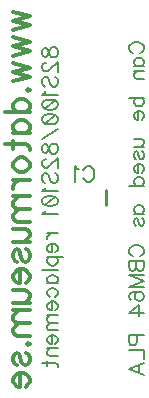
<source format=gbo>
G04 DipTrace 3.0.0.2*
G04 82S100replacement.GBO*
%MOMM*%
G04 #@! TF.FileFunction,Legend,Bot*
G04 #@! TF.Part,Single*
%ADD10C,0.25*%
%ADD42C,0.19608*%
%ADD44C,0.31373*%
%FSLAX35Y35*%
G04*
G71*
G90*
G75*
G01*
G04 BotSilk*
%LPD*%
X2153603Y2999600D2*
D10*
Y3129500D1*
X1962861Y3295214D2*
D42*
X1968898Y3307287D1*
X1981111Y3319500D1*
X1993185Y3325537D1*
X2017471D1*
X2029685Y3319500D1*
X2041758Y3307287D1*
X2047935Y3295214D1*
X2053971Y3276964D1*
Y3246500D1*
X2047935Y3228390D1*
X2041758Y3216177D1*
X2029685Y3204104D1*
X2017471Y3197927D1*
X1993185D1*
X1981111Y3204104D1*
X1968898Y3216177D1*
X1962861Y3228390D1*
X1923646Y3301110D2*
X1911432Y3307287D1*
X1893182Y3325396D1*
Y3197927D1*
X1369875Y4637241D2*
D44*
X1505992Y4598382D1*
X1369875Y4559524D1*
X1505992Y4520665D1*
X1369875Y4481807D1*
Y4419062D2*
X1505992Y4380203D1*
X1369875Y4341345D1*
X1505992Y4302486D1*
X1369875Y4263628D1*
Y4200883D2*
X1505992Y4162024D1*
X1369875Y4123166D1*
X1505992Y4084307D1*
X1369875Y4045449D1*
X1486451Y3973045D2*
X1496334Y3982704D1*
X1505992Y3973045D1*
X1496334Y3963162D1*
X1486451Y3973045D1*
X1301817Y3783842D2*
X1505992D1*
X1399075D2*
X1379534Y3803159D1*
X1369875Y3822700D1*
Y3851900D1*
X1379534Y3871217D1*
X1399075Y3890759D1*
X1428275Y3900417D1*
X1447592D1*
X1476792Y3890759D1*
X1496109Y3871217D1*
X1505992Y3851900D1*
Y3822700D1*
X1496109Y3803159D1*
X1476792Y3783842D1*
X1369875Y3604521D2*
X1505992D1*
X1399075D2*
X1379534Y3623838D1*
X1369875Y3643380D1*
Y3672355D1*
X1379534Y3691897D1*
X1399075Y3711214D1*
X1428275Y3721097D1*
X1447592D1*
X1476792Y3711214D1*
X1496109Y3691897D1*
X1505992Y3672355D1*
Y3643380D1*
X1496109Y3623838D1*
X1476792Y3604521D1*
X1301817Y3512576D2*
X1467134D1*
X1496109Y3502918D1*
X1505992Y3483376D1*
Y3464059D1*
X1369875Y3541776D2*
Y3473718D1*
Y3352797D2*
X1379534Y3372114D1*
X1399075Y3391656D1*
X1428275Y3401314D1*
X1447592D1*
X1476792Y3391656D1*
X1496109Y3372114D1*
X1505992Y3352797D1*
Y3323597D1*
X1496109Y3304056D1*
X1476792Y3284739D1*
X1447592Y3274856D1*
X1428275D1*
X1399075Y3284739D1*
X1379534Y3304056D1*
X1369875Y3323597D1*
Y3352797D1*
Y3212111D2*
X1505992D1*
X1428275D2*
X1399075Y3202228D1*
X1379534Y3182911D1*
X1369875Y3163369D1*
Y3134169D1*
Y3071424D2*
X1505992D1*
X1408734D2*
X1379534Y3042224D1*
X1369875Y3022682D1*
Y2993707D1*
X1379534Y2974166D1*
X1408734Y2964507D1*
X1505992D1*
X1408734D2*
X1379534Y2935307D1*
X1369875Y2915766D1*
Y2886790D1*
X1379534Y2867249D1*
X1408734Y2857366D1*
X1505992D1*
X1369875Y2794620D2*
X1467134D1*
X1496109Y2784962D1*
X1505992Y2765420D1*
Y2736220D1*
X1496109Y2716904D1*
X1467134Y2687704D1*
X1369875D2*
X1505992D1*
X1399075Y2518041D2*
X1379534Y2527700D1*
X1369875Y2556900D1*
Y2586100D1*
X1379534Y2615300D1*
X1399075Y2624958D1*
X1418392Y2615300D1*
X1428275Y2595758D1*
X1437934Y2547241D1*
X1447592Y2527700D1*
X1467134Y2518041D1*
X1476792D1*
X1496109Y2527700D1*
X1505992Y2556900D1*
Y2586100D1*
X1496109Y2615300D1*
X1476792Y2624958D1*
X1428275Y2455296D2*
Y2338721D1*
X1408734D1*
X1389192Y2348379D1*
X1379534Y2358038D1*
X1369875Y2377579D1*
Y2406779D1*
X1379534Y2426096D1*
X1399075Y2445638D1*
X1428275Y2455296D1*
X1447592D1*
X1476792Y2445638D1*
X1496109Y2426096D1*
X1505992Y2406779D1*
Y2377579D1*
X1496109Y2358038D1*
X1476792Y2338721D1*
X1369875Y2275976D2*
X1467134D1*
X1496109Y2266317D1*
X1505992Y2246776D1*
Y2217576D1*
X1496109Y2198259D1*
X1467134Y2169059D1*
X1369875D2*
X1505992D1*
X1369875Y2106314D2*
X1505992D1*
X1408734D2*
X1379534Y2077114D1*
X1369875Y2057572D1*
Y2028597D1*
X1379534Y2009055D1*
X1408734Y1999397D1*
X1505992D1*
X1408734D2*
X1379534Y1970197D1*
X1369875Y1950655D1*
Y1921680D1*
X1379534Y1902139D1*
X1408734Y1892255D1*
X1505992D1*
X1486451Y1819852D2*
X1496334Y1829510D1*
X1505992Y1819852D1*
X1496334Y1809969D1*
X1486451Y1819852D1*
X1399075Y1640307D2*
X1379534Y1649965D1*
X1369875Y1679165D1*
Y1708365D1*
X1379534Y1737565D1*
X1399075Y1747224D1*
X1418392Y1737565D1*
X1428275Y1718024D1*
X1437934Y1669507D1*
X1447592Y1649965D1*
X1467134Y1640307D1*
X1476792D1*
X1496109Y1649965D1*
X1505992Y1679165D1*
Y1708365D1*
X1496109Y1737565D1*
X1476792Y1747224D1*
X1428275Y1577562D2*
Y1460987D1*
X1408734D1*
X1389192Y1470645D1*
X1379534Y1480304D1*
X1369875Y1499845D1*
Y1529045D1*
X1379534Y1548362D1*
X1399075Y1567903D1*
X1428275Y1577562D1*
X1447592D1*
X1476792Y1567903D1*
X1496109Y1548362D1*
X1505992Y1529045D1*
Y1499845D1*
X1496109Y1480304D1*
X1476792Y1460987D1*
X1615515Y4303593D2*
D42*
X1621552Y4321703D1*
X1633625Y4327880D1*
X1645839D1*
X1657912Y4321703D1*
X1664089Y4309630D1*
X1670125Y4285343D1*
X1676162Y4267093D1*
X1688375Y4255020D1*
X1700448Y4248983D1*
X1718698D1*
X1730771Y4255020D1*
X1736948Y4261057D1*
X1742985Y4279307D1*
Y4303593D1*
X1736948Y4321703D1*
X1730771Y4327880D1*
X1718698Y4333916D1*
X1700448D1*
X1688375Y4327880D1*
X1676162Y4315666D1*
X1670125Y4297557D1*
X1664089Y4273270D1*
X1657912Y4261057D1*
X1645839Y4255020D1*
X1633625D1*
X1621552Y4261057D1*
X1615515Y4279307D1*
Y4303593D1*
X1645839Y4203591D2*
X1639802D1*
X1627589Y4197554D1*
X1621552Y4191518D1*
X1615515Y4179304D1*
Y4155018D1*
X1621552Y4142945D1*
X1627589Y4136908D1*
X1639802Y4130731D1*
X1651875D1*
X1664089Y4136908D1*
X1682198Y4148981D1*
X1742985Y4209768D1*
Y4124695D1*
X1633625Y4000406D2*
X1621412Y4012479D1*
X1615375Y4030729D1*
Y4055016D1*
X1621412Y4073266D1*
X1633625Y4085479D1*
X1645698D1*
X1657912Y4079302D1*
X1663948Y4073266D1*
X1669985Y4061192D1*
X1682198Y4024692D1*
X1688235Y4012479D1*
X1694412Y4006442D1*
X1706485Y4000406D1*
X1724735D1*
X1736808Y4012479D1*
X1742985Y4030729D1*
Y4055016D1*
X1736808Y4073266D1*
X1724735Y4085479D1*
X1639802Y3961190D2*
X1633625Y3948977D1*
X1615515Y3930727D1*
X1742985D1*
X1615515Y3855011D2*
X1621552Y3873261D1*
X1639802Y3885475D1*
X1670125Y3891511D1*
X1688375D1*
X1718698Y3885475D1*
X1736948Y3873261D1*
X1742985Y3855011D1*
Y3842938D1*
X1736948Y3824688D1*
X1718698Y3812615D1*
X1688375Y3806438D1*
X1670125D1*
X1639802Y3812615D1*
X1621552Y3824688D1*
X1615515Y3842938D1*
Y3855011D1*
X1639802Y3812615D2*
X1718698Y3885475D1*
X1615515Y3730722D2*
X1621552Y3748972D1*
X1639802Y3761186D1*
X1670125Y3767222D1*
X1688375D1*
X1718698Y3761186D1*
X1736948Y3748972D1*
X1742985Y3730722D1*
Y3718649D1*
X1736948Y3700399D1*
X1718698Y3688326D1*
X1688375Y3682149D1*
X1670125D1*
X1639802Y3688326D1*
X1621552Y3700399D1*
X1615515Y3718649D1*
Y3730722D1*
X1639802Y3688326D2*
X1718698Y3761186D1*
X1742985Y3642934D2*
X1615515Y3557861D1*
Y3488322D2*
X1621552Y3506431D1*
X1633625Y3512608D1*
X1645839D1*
X1657912Y3506431D1*
X1664089Y3494358D1*
X1670125Y3470072D1*
X1676162Y3451822D1*
X1688375Y3439749D1*
X1700448Y3433712D1*
X1718698D1*
X1730771Y3439749D1*
X1736948Y3445785D1*
X1742985Y3464035D1*
Y3488322D1*
X1736948Y3506431D1*
X1730771Y3512608D1*
X1718698Y3518645D1*
X1700448D1*
X1688375Y3512608D1*
X1676162Y3500395D1*
X1670125Y3482285D1*
X1664089Y3457999D1*
X1657912Y3445785D1*
X1645839Y3439749D1*
X1633625D1*
X1621552Y3445785D1*
X1615515Y3464035D1*
Y3488322D1*
X1645839Y3388320D2*
X1639802D1*
X1627589Y3382283D1*
X1621552Y3376246D1*
X1615515Y3364033D1*
Y3339746D1*
X1621552Y3327673D1*
X1627589Y3321637D1*
X1639802Y3315460D1*
X1651875D1*
X1664089Y3321637D1*
X1682198Y3333710D1*
X1742985Y3394496D1*
Y3309423D1*
X1633625Y3185135D2*
X1621412Y3197208D1*
X1615375Y3215458D1*
Y3239744D1*
X1621412Y3257994D1*
X1633625Y3270208D1*
X1645698D1*
X1657912Y3264031D1*
X1663948Y3257994D1*
X1669985Y3245921D1*
X1682198Y3209421D1*
X1688235Y3197208D1*
X1694412Y3191171D1*
X1706485Y3185135D1*
X1724735D1*
X1736808Y3197208D1*
X1742985Y3215458D1*
Y3239744D1*
X1736808Y3257994D1*
X1724735Y3270208D1*
X1639802Y3145919D2*
X1633625Y3133705D1*
X1615515Y3115455D1*
X1742985D1*
X1615516Y3039740D2*
X1621552Y3057990D1*
X1639802Y3070203D1*
X1670125Y3076240D1*
X1688375D1*
X1718698Y3070203D1*
X1736948Y3057990D1*
X1742985Y3039740D1*
Y3027667D1*
X1736948Y3009417D1*
X1718698Y2997344D1*
X1688375Y2991167D1*
X1670125D1*
X1639802Y2997344D1*
X1621552Y3009417D1*
X1615516Y3027667D1*
Y3039740D1*
X1639802Y2997344D2*
X1718698Y3070203D1*
X1639802Y2951951D2*
X1633625Y2939738D1*
X1615516Y2921488D1*
X1742985D1*
X1657912Y2758825D2*
X1742985D1*
X1694412D2*
X1676162Y2752648D1*
X1663948Y2740575D1*
X1657912Y2728362D1*
Y2710112D1*
X1694412Y2670896D2*
Y2598037D1*
X1682198D1*
X1669985Y2604073D1*
X1663948Y2610110D1*
X1657912Y2622323D1*
Y2640573D1*
X1663948Y2652646D1*
X1676162Y2664860D1*
X1694412Y2670896D1*
X1706485D1*
X1724735Y2664860D1*
X1736808Y2652646D1*
X1742985Y2640573D1*
Y2622323D1*
X1736808Y2610110D1*
X1724735Y2598037D1*
X1657912Y2558821D2*
X1785521D1*
X1676162D2*
X1664089Y2546607D1*
X1657912Y2534534D1*
Y2516284D1*
X1664089Y2504071D1*
X1676162Y2491998D1*
X1694412Y2485821D1*
X1706625D1*
X1724735Y2491998D1*
X1736948Y2504071D1*
X1742985Y2516284D1*
Y2534534D1*
X1736948Y2546607D1*
X1724735Y2558821D1*
X1615375Y2446605D2*
X1742985D1*
X1657912Y2334530D2*
X1742985D1*
X1676162D2*
X1663948Y2346603D1*
X1657912Y2358817D1*
Y2376926D1*
X1663948Y2389140D1*
X1676162Y2401213D1*
X1694412Y2407390D1*
X1706485D1*
X1724735Y2401213D1*
X1736808Y2389140D1*
X1742985Y2376926D1*
Y2358817D1*
X1736808Y2346603D1*
X1724735Y2334530D1*
X1676162Y2222314D2*
X1663948Y2234528D1*
X1657912Y2246741D1*
Y2264851D1*
X1663948Y2277064D1*
X1676162Y2289137D1*
X1694412Y2295314D1*
X1706485D1*
X1724735Y2289137D1*
X1736808Y2277064D1*
X1742985Y2264851D1*
Y2246741D1*
X1736808Y2234528D1*
X1724735Y2222314D1*
X1694412Y2183099D2*
Y2110239D1*
X1682198D1*
X1669985Y2116276D1*
X1663948Y2122312D1*
X1657912Y2134526D1*
Y2152776D1*
X1663948Y2164849D1*
X1676162Y2177062D1*
X1694412Y2183099D1*
X1706485D1*
X1724735Y2177062D1*
X1736808Y2164849D1*
X1742985Y2152776D1*
Y2134526D1*
X1736808Y2122312D1*
X1724735Y2110239D1*
X1657912Y2071023D2*
X1742985D1*
X1682198D2*
X1663948Y2052773D1*
X1657912Y2040560D1*
Y2022450D1*
X1663948Y2010237D1*
X1682198Y2004200D1*
X1742985D1*
X1682198D2*
X1663948Y1985950D1*
X1657912Y1973737D1*
Y1955627D1*
X1663948Y1943414D1*
X1682198Y1937237D1*
X1742985D1*
X1694412Y1898021D2*
Y1825162D1*
X1682198D1*
X1669985Y1831198D1*
X1663948Y1837235D1*
X1657912Y1849448D1*
Y1867698D1*
X1663948Y1879771D1*
X1676162Y1891985D1*
X1694412Y1898021D1*
X1706485D1*
X1724735Y1891985D1*
X1736808Y1879771D1*
X1742985Y1867698D1*
Y1849448D1*
X1736808Y1837235D1*
X1724735Y1825161D1*
X1657912Y1785946D2*
X1742985D1*
X1682198D2*
X1663948Y1767696D1*
X1657912Y1755482D1*
Y1737373D1*
X1663948Y1725159D1*
X1682198Y1719123D1*
X1742985D1*
X1615375Y1661657D2*
X1718698D1*
X1736808Y1655621D1*
X1742985Y1643407D1*
Y1631334D1*
X1657912Y1679907D2*
Y1637371D1*
X2378085Y4287132D2*
X2366012Y4293169D1*
X2353798Y4305382D1*
X2347762Y4317455D1*
Y4341742D1*
X2353798Y4353955D1*
X2366012Y4366029D1*
X2378085Y4372205D1*
X2396335Y4378242D1*
X2426798D1*
X2444908Y4372205D1*
X2457121Y4366029D1*
X2469194Y4353955D1*
X2475371Y4341742D1*
Y4317455D1*
X2469194Y4305382D1*
X2457121Y4293169D1*
X2444908Y4287132D1*
X2390298Y4175057D2*
X2475371D1*
X2408548D2*
X2396335Y4187130D1*
X2390298Y4199344D1*
Y4217453D1*
X2396335Y4229667D1*
X2408548Y4241740D1*
X2426798Y4247917D1*
X2438871D1*
X2457121Y4241740D1*
X2469194Y4229667D1*
X2475371Y4217453D1*
Y4199344D1*
X2469194Y4187130D1*
X2457121Y4175057D1*
X2390298Y4135841D2*
X2475371D1*
X2414585D2*
X2396335Y4117591D1*
X2390298Y4105378D1*
Y4087268D1*
X2396335Y4075055D1*
X2414585Y4069018D1*
X2475371D1*
X2347762Y3906356D2*
X2475371D1*
X2408548D2*
X2396335Y3894143D1*
X2390298Y3882070D1*
Y3863820D1*
X2396335Y3851747D1*
X2408548Y3839533D1*
X2426798Y3833497D1*
X2438871D1*
X2457121Y3839533D1*
X2469194Y3851747D1*
X2475371Y3863820D1*
Y3882070D1*
X2469194Y3894143D1*
X2457121Y3906356D1*
X2426798Y3794281D2*
Y3721421D1*
X2414585D1*
X2402371Y3727458D1*
X2396335Y3733494D1*
X2390298Y3745708D1*
Y3763958D1*
X2396335Y3776031D1*
X2408548Y3788244D1*
X2426798Y3794281D1*
X2438871D1*
X2457121Y3788244D1*
X2469194Y3776031D1*
X2475371Y3763958D1*
Y3745708D1*
X2469194Y3733494D1*
X2457121Y3721421D1*
X2390298Y3558759D2*
X2451085D1*
X2469194Y3552723D1*
X2475371Y3540509D1*
Y3522259D1*
X2469194Y3510186D1*
X2451085Y3491936D1*
X2390298D2*
X2475371D1*
X2408548Y3385897D2*
X2396335Y3391934D1*
X2390298Y3410184D1*
Y3428434D1*
X2396335Y3446684D1*
X2408548Y3452720D1*
X2420621Y3446684D1*
X2426798Y3434470D1*
X2432835Y3404147D1*
X2438871Y3391934D1*
X2451085Y3385897D1*
X2457121D1*
X2469194Y3391934D1*
X2475371Y3410184D1*
Y3428434D1*
X2469194Y3446684D1*
X2457121Y3452720D1*
X2426798Y3346682D2*
Y3273822D1*
X2414585D1*
X2402371Y3279859D1*
X2396335Y3285895D1*
X2390298Y3298109D1*
Y3316359D1*
X2396335Y3328432D1*
X2408548Y3340645D1*
X2426798Y3346682D1*
X2438871D1*
X2457121Y3340645D1*
X2469194Y3328432D1*
X2475371Y3316359D1*
Y3298109D1*
X2469194Y3285895D1*
X2457121Y3273822D1*
X2347762Y3161747D2*
X2475371D1*
X2408548D2*
X2396335Y3173820D1*
X2390298Y3186033D1*
Y3204283D1*
X2396335Y3216356D1*
X2408548Y3228570D1*
X2426798Y3234606D1*
X2438871D1*
X2457121Y3228570D1*
X2469194Y3216356D1*
X2475371Y3204283D1*
Y3186033D1*
X2469194Y3173820D1*
X2457121Y3161747D1*
X2390298Y2926225D2*
X2475371D1*
X2408548D2*
X2396335Y2938298D1*
X2390298Y2950511D1*
Y2968621D1*
X2396335Y2980835D1*
X2408548Y2992908D1*
X2426798Y2999085D1*
X2438871D1*
X2457121Y2992908D1*
X2469194Y2980835D1*
X2475371Y2968621D1*
Y2950511D1*
X2469194Y2938298D1*
X2457121Y2926225D1*
X2408548Y2820186D2*
X2396335Y2826223D1*
X2390298Y2844473D1*
Y2862723D1*
X2396335Y2880973D1*
X2408548Y2887009D1*
X2420621Y2880973D1*
X2426798Y2868759D1*
X2432835Y2838436D1*
X2438871Y2826223D1*
X2451085Y2820186D1*
X2457121D1*
X2469194Y2826223D1*
X2475371Y2844473D1*
Y2862723D1*
X2469194Y2880973D1*
X2457121Y2887009D1*
X2378085Y2566414D2*
X2366012Y2572451D1*
X2353798Y2584664D1*
X2347762Y2596737D1*
Y2621024D1*
X2353798Y2633237D1*
X2366012Y2645311D1*
X2378085Y2651487D1*
X2396335Y2657524D1*
X2426798D1*
X2444908Y2651487D1*
X2457121Y2645311D1*
X2469194Y2633237D1*
X2475371Y2621024D1*
Y2596737D1*
X2469194Y2584664D1*
X2457121Y2572451D1*
X2444908Y2566414D1*
X2347762Y2527199D2*
X2475371D1*
Y2472449D1*
X2469194Y2454199D1*
X2463158Y2448162D1*
X2451085Y2442126D1*
X2432835D1*
X2420621Y2448162D1*
X2414585Y2454199D1*
X2408548Y2472449D1*
X2402371Y2454199D1*
X2396335Y2448162D1*
X2384262Y2442126D1*
X2372048D1*
X2359975Y2448162D1*
X2353798Y2454199D1*
X2347762Y2472449D1*
Y2527199D1*
X2408548D2*
Y2472449D1*
X2475371Y2305764D2*
X2347762D1*
X2475371Y2354337D1*
X2347762Y2402910D1*
X2475371D1*
X2366012Y2193689D2*
X2353939Y2199725D1*
X2347902Y2217975D1*
Y2230048D1*
X2353939Y2248298D1*
X2372189Y2260512D1*
X2402512Y2266548D1*
X2432835D1*
X2457121Y2260512D1*
X2469335Y2248298D1*
X2475371Y2230048D1*
Y2224012D1*
X2469335Y2205902D1*
X2457121Y2193689D1*
X2438871Y2187652D1*
X2432835D1*
X2414585Y2193689D1*
X2402512Y2205902D1*
X2396475Y2224012D1*
Y2230048D1*
X2402512Y2248298D1*
X2414585Y2260512D1*
X2432835Y2266548D1*
X2475371Y2087650D2*
X2347902D1*
X2432835Y2148436D1*
Y2057327D1*
X2414585Y1894665D2*
Y1839915D1*
X2408548Y1821805D1*
X2402371Y1815628D1*
X2390298Y1809592D1*
X2372048D1*
X2359975Y1815628D1*
X2353798Y1821805D1*
X2347762Y1839915D1*
Y1894665D1*
X2475371D1*
X2347762Y1770376D2*
X2475371D1*
Y1697516D1*
Y1561014D2*
X2347762Y1609728D1*
X2475371Y1658301D1*
X2432835Y1640051D2*
Y1579264D1*
M02*

</source>
